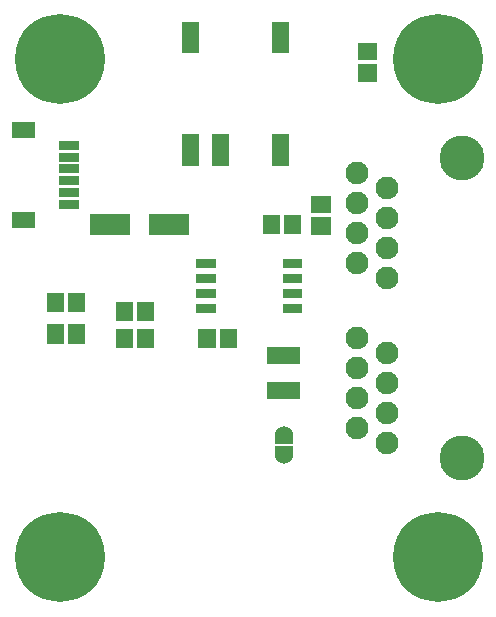
<source format=gbr>
G04 start of page 6 for group -4063 idx -4063 *
G04 Title: (unknown), componentmask *
G04 Creator: pcb 4.0.2 *
G04 CreationDate: Thu Jul  2 20:29:10 2020 UTC *
G04 For: ndholmes *
G04 Format: Gerber/RS-274X *
G04 PCB-Dimensions (mil): 3600.00 2000.00 *
G04 PCB-Coordinate-Origin: lower left *
%MOIN*%
%FSLAX25Y25*%
%LNTOPMASK*%
%ADD42C,0.0001*%
%ADD41C,0.0600*%
%ADD40C,0.1500*%
%ADD39C,0.0760*%
%ADD38C,0.2997*%
G54D38*X143000Y17000D03*
X17000D03*
G54D39*X126000Y55000D03*
X116000Y60000D03*
X126000Y65000D03*
G54D40*X151000Y50000D03*
G54D38*X143000Y183000D03*
X17000D03*
G54D39*X116000Y70000D03*
X126000Y75000D03*
X116000Y80000D03*
Y90000D03*
Y115000D03*
Y125000D03*
Y135000D03*
Y145000D03*
X126000Y85000D03*
Y110000D03*
Y120000D03*
Y130000D03*
Y140000D03*
G54D40*X151000Y150000D03*
G54D41*X91500Y51000D03*
G54D42*G36*
X88500Y54000D02*Y51000D01*
X94500D01*
Y54000D01*
X88500D01*
G37*
G54D41*X91500Y57800D03*
G54D42*G36*
X88500D02*Y54800D01*
X94500D01*
Y57800D01*
X88500D01*
G37*
G36*
X75902Y93252D02*X70184D01*
Y86748D01*
X75902D01*
Y93252D01*
G37*
G36*
X91200Y101400D02*Y98600D01*
X97600D01*
Y101400D01*
X91200D01*
G37*
G36*
Y106400D02*Y103600D01*
X97600D01*
Y106400D01*
X91200D01*
G37*
G36*
Y111400D02*Y108600D01*
X97600D01*
Y111400D01*
X91200D01*
G37*
G36*
Y116400D02*Y113600D01*
X97600D01*
Y116400D01*
X91200D01*
G37*
G36*
X68816Y93252D02*X63098D01*
Y86748D01*
X68816D01*
Y93252D01*
G37*
G36*
X62400Y111400D02*Y108600D01*
X68800D01*
Y111400D01*
X62400D01*
G37*
G36*
Y106400D02*Y103600D01*
X68800D01*
Y106400D01*
X62400D01*
G37*
G36*
Y101400D02*Y98600D01*
X68800D01*
Y101400D01*
X62400D01*
G37*
G36*
X85886Y87264D02*Y81546D01*
X97114D01*
Y87264D01*
X85886D01*
G37*
G36*
Y75454D02*Y69736D01*
X97114D01*
Y75454D01*
X85886D01*
G37*
G36*
X18316Y94752D02*X12598D01*
Y88248D01*
X18316D01*
Y94752D01*
G37*
G36*
X25402D02*X19684D01*
Y88248D01*
X25402D01*
Y94752D01*
G37*
G36*
X18273Y105252D02*X12555D01*
Y98748D01*
X18273D01*
Y105252D01*
G37*
G36*
X25359D02*X19641D01*
Y98748D01*
X25359D01*
Y105252D01*
G37*
G36*
X48402Y102252D02*X42684D01*
Y95748D01*
X48402D01*
Y102252D01*
G37*
G36*
X41316D02*X35598D01*
Y95748D01*
X41316D01*
Y102252D01*
G37*
G36*
Y93252D02*X35598D01*
Y86748D01*
X41316D01*
Y93252D01*
G37*
G36*
X48402D02*X42684D01*
Y86748D01*
X48402D01*
Y93252D01*
G37*
G36*
X16649Y155824D02*Y152862D01*
X23351D01*
Y155824D01*
X16649D01*
G37*
G36*
Y151887D02*Y148925D01*
X23351D01*
Y151887D01*
X16649D01*
G37*
G36*
Y147950D02*Y144988D01*
X23351D01*
Y147950D01*
X16649D01*
G37*
G36*
Y144012D02*Y141050D01*
X23351D01*
Y144012D01*
X16649D01*
G37*
G36*
Y140075D02*Y137113D01*
X23351D01*
Y140075D01*
X16649D01*
G37*
G36*
Y136138D02*Y133176D01*
X23351D01*
Y136138D01*
X16649D01*
G37*
G36*
X901Y132201D02*Y126877D01*
X8587D01*
Y132201D01*
X901D01*
G37*
G36*
X27058Y131450D02*Y124550D01*
X40257D01*
Y131450D01*
X27058D01*
G37*
G36*
X46743D02*Y124550D01*
X59942D01*
Y131450D01*
X46743D01*
G37*
G36*
X901Y162123D02*Y156799D01*
X8587D01*
Y162123D01*
X901D01*
G37*
G36*
X63300Y158000D02*X57700D01*
Y147400D01*
X63300D01*
Y158000D01*
G37*
G36*
X62400Y116400D02*Y113600D01*
X68800D01*
Y116400D01*
X62400D01*
G37*
G36*
X73300Y158000D02*X67700D01*
Y147400D01*
X73300D01*
Y158000D01*
G37*
G36*
X90316Y131252D02*X84598D01*
Y124748D01*
X90316D01*
Y131252D01*
G37*
G36*
X97402D02*X91684D01*
Y124748D01*
X97402D01*
Y131252D01*
G37*
G36*
X100748Y130316D02*Y124598D01*
X107252D01*
Y130316D01*
X100748D01*
G37*
G36*
Y137402D02*Y131684D01*
X107252D01*
Y137402D01*
X100748D01*
G37*
G36*
X116248Y188402D02*Y182684D01*
X122752D01*
Y188402D01*
X116248D01*
G37*
G36*
Y181316D02*Y175598D01*
X122752D01*
Y181316D01*
X116248D01*
G37*
G36*
X93300Y158000D02*X87700D01*
Y147400D01*
X93300D01*
Y158000D01*
G37*
G36*
X63300Y195600D02*X57700D01*
Y185000D01*
X63300D01*
Y195600D01*
G37*
G36*
X93300D02*X87700D01*
Y185000D01*
X93300D01*
Y195600D01*
G37*
M02*

</source>
